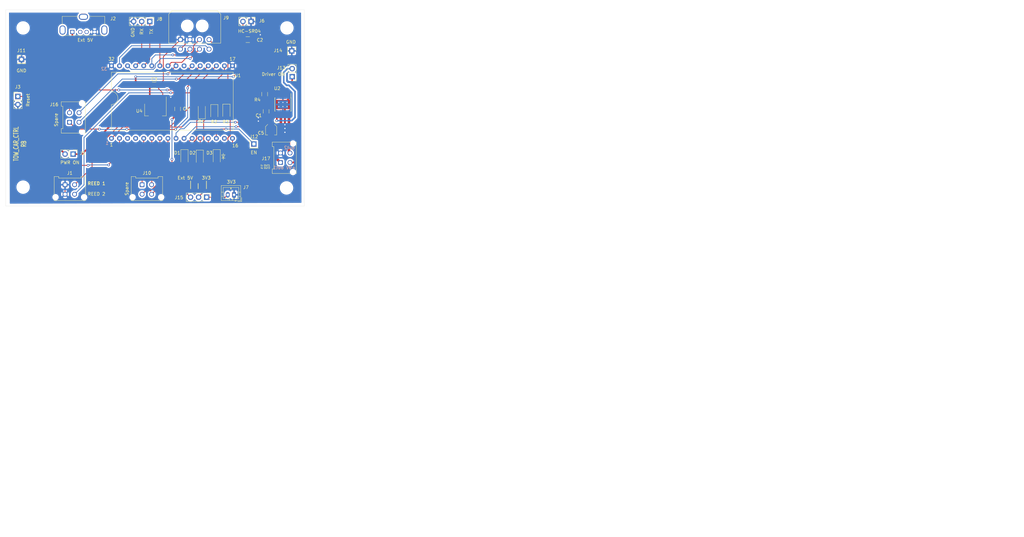
<source format=kicad_pcb>
(kicad_pcb (version 20171130) (host pcbnew 5.1.6-c6e7f7d~87~ubuntu18.04.1)
  (layers (0 F.Cu signal) (31 B.Cu signal) (34 B.Paste user) (35 F.Paste user) (36 B.SilkS user) (37 F.SilkS user) (38 B.Mask user) (39 F.Mask user) (44 Edge.Cuts user))
  (net 0 "")
  (net 1 "Net-(D1-Pad1)")
  (net 2 "Net-(D1-Pad2)")
  (net 3 "Net-(D2-Pad2)")
  (net 4 "Net-(D2-Pad1)")
  (net 5 "Net-(D3-Pad1)")
  (net 6 "Net-(D3-Pad2)")
  (net 7 GND)
  (net 8 "Net-(J1-Pad2)")
  (net 9 "Net-(J8-Pad1)")
  (net 10 "Net-(J8-Pad2)")
  (net 11 "Net-(J9-Pad3)")
  (net 12 +3V3)
  (net 13 "Net-(U1-Pad3)")
  (net 14 "Net-(U1-Pad4)")
  (net 15 "Net-(U1-Pad9)")
  (net 16 "Net-(U1-Pad10)")
  (net 17 "Net-(U1-Pad15)")
  (net 18 "Net-(J3-Pad1)")
  (net 19 "Net-(C2-Pad1)")
  (net 20 "Net-(J10-Pad4)")
  (net 21 "Net-(J10-Pad3)")
  (net 22 "Net-(J10-Pad2)")
  (net 23 "Net-(J10-Pad1)")
  (net 24 "Net-(C4-Pad1)")
  (net 25 "Net-(J12-Pad1)")
  (net 26 "Net-(J9-Pad5)")
  (net 27 "Net-(J9-Pad8)")
  (net 28 "Net-(J9-Pad7)")
  (net 29 "Net-(J9-Pad6)")
  (net 30 "Net-(J2-Pad1)")
  (net 31 "Net-(J15-Pad1)")
  (net 32 "Net-(J15-Pad2)")
  (net 33 "Net-(J16-Pad4)")
  (net 34 "Net-(J16-Pad2)")
  (net 35 "Net-(J16-Pad1)")
  (net 36 "Net-(J2-Pad3)")
  (net 37 "Net-(J2-Pad2)")
  (net 38 "Net-(J16-Pad3)")
  (net 39 "Net-(U1-Pad23)")
  (net 40 "Net-(R4-Pad2)")
  (net 41 "Net-(C1-Pad1)")
  (net 42 "Net-(J13-Pad1)")
  (net 43 "Net-(J17-Pad4)")
  (net 44 "Net-(J1-Pad4)")
  (net 45 "Net-(J17-Pad1)")
  (module "" (layer F.Cu) (at 233.8324 115.6208)
    (fp_text reference "" (at 232.918 115.3668) (layer F.SilkS) (effects (font (size 1.27 1.27))))
    (fp_text value "" (at 232.918 115.3668) (layer F.SilkS) (effects (font (size 1.27 1.27))))
  )
  (module "" (layer F.Cu) (at 232.918 115.3668)
    (fp_text reference "" (at 233.7308 115.6208) (layer F.SilkS) (effects (font (size 1.27 1.27))))
    (fp_text value "" (at 233.7308 115.6208) (layer F.SilkS) (effects (font (size 1.27 1.27))))
  )
  (module "" (layer F.Cu) (at 233.7308 115.6208)
    (fp_text reference "" (at 243.459 83.058) (layer F.SilkS) (effects (font (size 1.27 1.27))))
    (fp_text value "" (at 243.459 83.058) (layer F.SilkS) (effects (font (size 1.27 1.27))))
  )
  (module "" (layer F.Cu) (at 233.3752 115.57)
    (fp_text reference "" (at 243.459 83.058) (layer F.SilkS) (effects (font (size 1.27 1.27))))
    (fp_text value "" (at 243.459 83.058) (layer F.SilkS) (effects (font (size 1.27 1.27))))
  )
  (module "" (layer F.Cu) (at 243.459 83.058)
    (fp_text reference "" (at 175.514 120.269) (layer F.SilkS) (effects (font (size 1.27 1.27))))
    (fp_text value "" (at 175.514 120.269) (layer F.SilkS) (effects (font (size 1.27 1.27))))
    (fp_text user "Driver ON" (at -2.413 2.413 -180) (layer F.SilkS))
  )
  (module Connector_Molex:Molex_Micro-Fit_3.0_43045-0412_2x02_P3.00mm_Vertical (layer F.Cu) (at 175.514 120.269)
    (fp_text reference J1 (at 1.5 -3.67) (layer F.SilkS))
    (fp_text value Conn_01x04_Male)
    (pad 4 thru_hole circle (at 3 3) (size 1.5 1.5) (drill 1) (layers *.Cu *.Mask) (net 44 "Net-(J1-Pad4)"))
    (pad 3 thru_hole circle (at 0 3) (size 1.5 1.5) (drill 1) (layers *.Cu *.Mask) (net 7 GND))
    (pad 2 thru_hole circle (at 3 0) (size 1.5 1.5) (drill 1) (layers *.Cu *.Mask) (net 8 "Net-(J1-Pad2)"))
    (pad 1 thru_hole roundrect (at 0 0) (size 1.5 1.5) (drill 1) (layers *.Cu *.Mask) (roundrect_rratio 0.166667) (net 7 GND))
    (pad "" np_thru_hole circle (at 6 3.94) (size 1 1) (drill 1) (layers *.Cu *.Mask))
    (pad "" np_thru_hole circle (at -3 3.94) (size 1 1) (drill 1) (layers *.Cu *.Mask))
  )
  (module Connector_Molex:Molex_Micro-Fit_3.0_43045-0412_2x02_P3.00mm_Vertical (layer F.Cu) (at 199.771 120.269)
    (fp_text reference J10 (at 1.5 -3.67) (layer F.SilkS))
    (fp_text value Conn_01x04_Male)
    (pad 4 thru_hole circle (at 3 3) (size 1.5 1.5) (drill 1) (layers *.Cu *.Mask) (net 20 "Net-(J10-Pad4)"))
    (pad 3 thru_hole circle (at 0 3) (size 1.5 1.5) (drill 1) (layers *.Cu *.Mask) (net 21 "Net-(J10-Pad3)"))
    (pad 2 thru_hole circle (at 3 0) (size 1.5 1.5) (drill 1) (layers *.Cu *.Mask) (net 22 "Net-(J10-Pad2)"))
    (pad 1 thru_hole roundrect (at 0 0) (size 1.5 1.5) (drill 1) (layers *.Cu *.Mask) (roundrect_rratio 0.166667) (net 23 "Net-(J10-Pad1)"))
    (pad "" np_thru_hole circle (at 6 3.94) (size 1 1) (drill 1) (layers *.Cu *.Mask))
    (pad "" np_thru_hole circle (at -3 3.94) (size 1 1) (drill 1) (layers *.Cu *.Mask))
  )
  (module Connector_PinHeader_2.54mm:PinHeader_1x01_P2.54mm_Vertical (layer F.Cu) (at 234.95 107.442)
    (fp_text reference J12 (at 0 -2.33) (layer F.SilkS))
    (fp_text value Conn_01x01)
    (pad 1 thru_hole rect (at 0 0) (size 1.7 1.7) (drill 1) (layers *.Cu *.Mask) (net 25 "Net-(J12-Pad1)"))
  )
  (module Connector_Molex:Molex_Micro-Fit_3.0_43045-0412_2x02_P3.00mm_Vertical (layer F.Cu) (at 243.332 113.284 90)
    (fp_text reference J17 (at 1.27 -4.572 180) (layer F.SilkS))
    (fp_text value Conn_01x04_Male)
    (pad 4 thru_hole circle (at 3 3 90) (size 1.5 1.5) (drill 1) (layers *.Cu *.Mask) (net 43 "Net-(J17-Pad4)"))
    (pad 3 thru_hole circle (at 0 3 90) (size 1.5 1.5) (drill 1) (layers *.Cu *.Mask) (net 42 "Net-(J13-Pad1)"))
    (pad 2 thru_hole circle (at 3 0 90) (size 1.5 1.5) (drill 1) (layers *.Cu *.Mask) (net 7 GND))
    (pad 1 thru_hole roundrect (at 0 0 90) (size 1.5 1.5) (drill 1) (layers *.Cu *.Mask) (roundrect_rratio 0.166667) (net 45 "Net-(J17-Pad1)"))
    (pad "" np_thru_hole circle (at 6 3.94 90) (size 1 1) (drill 1) (layers *.Cu *.Mask))
    (pad "" np_thru_hole circle (at -3 3.94 90) (size 1 1) (drill 1) (layers *.Cu *.Mask))
  )
  (module Connector_PinHeader_2.54mm:PinHeader_1x02_P2.54mm_Vertical (layer F.Cu) (at 247.015 86.233 180)
    (fp_text reference J13 (at 3.429 2.794) (layer F.SilkS))
    (fp_text value Conn_01x02_Male)
    (pad 2 thru_hole oval (at 0 2.54 180) (size 1.7 1.7) (drill 1) (layers *.Cu *.Mask) (net 41 "Net-(C1-Pad1)"))
    (pad 1 thru_hole rect (at 0 0 180) (size 1.7 1.7) (drill 1) (layers *.Cu *.Mask) (net 42 "Net-(J13-Pad1)"))
  )
  (module tow_car:DIP32_W22.86 (layer F.Cu) (at 207.899 92.964 90)
    (fp_text reference U1 (at 7.112 21.971 180) (layer F.SilkS))
    (fp_text value LOLIN_D32)
    (pad 32 thru_hole circle (at 10.16 -17.78 90) (size 1.524 1.524) (drill 0.762) (layers *.Cu *.Mask) (net 7 GND))
    (pad 31 thru_hole circle (at 10.16 -15.24 90) (size 1.524 1.524) (drill 0.762) (layers *.Cu *.Mask) (net 27 "Net-(J9-Pad8)"))
    (pad 30 thru_hole circle (at 10.16 -12.7 90) (size 1.524 1.524) (drill 0.762) (layers *.Cu *.Mask) (net 28 "Net-(J9-Pad7)"))
    (pad 29 thru_hole circle (at 10.16 -10.16 90) (size 1.524 1.524) (drill 0.762) (layers *.Cu *.Mask) (net 10 "Net-(J8-Pad2)"))
    (pad 28 thru_hole circle (at 10.16 -7.62 90) (size 1.524 1.524) (drill 0.762) (layers *.Cu *.Mask) (net 9 "Net-(J8-Pad1)"))
    (pad 27 thru_hole circle (at 10.16 -5.08 90) (size 1.524 1.524) (drill 0.762) (layers *.Cu *.Mask) (net 29 "Net-(J9-Pad6)"))
    (pad 26 thru_hole circle (at 10.16 -2.54 90) (size 1.524 1.524) (drill 0.762) (layers *.Cu *.Mask) (net 26 "Net-(J9-Pad5)"))
    (pad 25 thru_hole circle (at 10.16 0 90) (size 1.524 1.524) (drill 0.762) (layers *.Cu *.Mask) (net 11 "Net-(J9-Pad3)"))
    (pad 24 thru_hole circle (at 10.16 2.54 90) (size 1.524 1.524) (drill 0.762) (layers *.Cu *.Mask) (net 33 "Net-(J16-Pad4)"))
    (pad 23 thru_hole circle (at 10.16 5.08 90) (size 1.524 1.524) (drill 0.762) (layers *.Cu *.Mask) (net 39 "Net-(U1-Pad23)"))
    (pad 22 thru_hole circle (at 10.16 7.62 90) (size 1.524 1.524) (drill 0.762) (layers *.Cu *.Mask) (net 38 "Net-(J16-Pad3)"))
    (pad 21 thru_hole circle (at 10.16 10.16 90) (size 1.524 1.524) (drill 0.762) (layers *.Cu *.Mask) (net 34 "Net-(J16-Pad2)"))
    (pad 20 thru_hole circle (at 10.16 12.7 90) (size 1.524 1.524) (drill 0.762) (layers *.Cu *.Mask) (net 35 "Net-(J16-Pad1)"))
    (pad 19 thru_hole circle (at 10.16 15.24 90) (size 1.524 1.524) (drill 0.762) (layers *.Cu *.Mask) (net 44 "Net-(J1-Pad4)"))
    (pad 18 thru_hole circle (at 10.16 17.78 90) (size 1.524 1.524) (drill 0.762) (layers *.Cu *.Mask) (net 8 "Net-(J1-Pad2)"))
    (pad 17 thru_hole circle (at 10.16 20.32 90) (size 1.524 1.524) (drill 0.762) (layers *.Cu *.Mask) (net 7 GND))
    (pad 16 thru_hole circle (at -12.7 20.32 90) (size 1.524 1.524) (drill 0.762) (layers *.Cu *.Mask) (net 32 "Net-(J15-Pad2)"))
    (pad 15 thru_hole circle (at -12.7 17.78 90) (size 1.524 1.524) (drill 0.762) (layers *.Cu *.Mask) (net 17 "Net-(U1-Pad15)"))
    (pad 14 thru_hole circle (at -12.7 15.24 90) (size 1.524 1.524) (drill 0.762) (layers *.Cu *.Mask) (net 25 "Net-(J12-Pad1)"))
    (pad 13 thru_hole circle (at -12.7 12.7 90) (size 1.524 1.524) (drill 0.762) (layers *.Cu *.Mask) (net 5 "Net-(D3-Pad1)"))
    (pad 12 thru_hole circle (at -12.7 10.16 90) (size 1.524 1.524) (drill 0.762) (layers *.Cu *.Mask) (net 4 "Net-(D2-Pad1)"))
    (pad 11 thru_hole circle (at -12.7 7.62 90) (size 1.524 1.524) (drill 0.762) (layers *.Cu *.Mask) (net 1 "Net-(D1-Pad1)"))
    (pad 10 thru_hole circle (at -12.7 5.08 90) (size 1.524 1.524) (drill 0.762) (layers *.Cu *.Mask) (net 16 "Net-(U1-Pad10)"))
    (pad 9 thru_hole circle (at -12.7 2.54 90) (size 1.524 1.524) (drill 0.762) (layers *.Cu *.Mask) (net 15 "Net-(U1-Pad9)"))
    (pad 8 thru_hole circle (at -12.7 0 90) (size 1.524 1.524) (drill 0.762) (layers *.Cu *.Mask) (net 20 "Net-(J10-Pad4)"))
    (pad 7 thru_hole circle (at -12.7 -2.54 90) (size 1.524 1.524) (drill 0.762) (layers *.Cu *.Mask) (net 21 "Net-(J10-Pad3)"))
    (pad 6 thru_hole circle (at -12.7 -5.08 90) (size 1.524 1.524) (drill 0.762) (layers *.Cu *.Mask) (net 22 "Net-(J10-Pad2)"))
    (pad 5 thru_hole circle (at -12.7 -7.62 90) (size 1.524 1.524) (drill 0.762) (layers *.Cu *.Mask) (net 23 "Net-(J10-Pad1)"))
    (pad 4 thru_hole circle (at -12.7 -10.16 90) (size 1.524 1.524) (drill 0.762) (layers *.Cu *.Mask) (net 14 "Net-(U1-Pad4)"))
    (pad 3 thru_hole circle (at -12.7 -12.7 90) (size 1.524 1.524) (drill 0.762) (layers *.Cu *.Mask) (net 13 "Net-(U1-Pad3)"))
    (pad 2 thru_hole circle (at -12.7 -15.24 90) (size 1.524 1.524) (drill 0.762) (layers *.Cu *.Mask) (net 18 "Net-(J3-Pad1)"))
    (pad 1 thru_hole circle (at -12.7 -17.78 90) (size 1.524 1.524) (drill 0.762) (layers *.Cu *.Mask) (net 12 +3V3))
  )
  (module Capacitor_SMD:CP_Elec_3x5.3 (layer F.Cu) (at 240.3856 102.8192 270)
    (fp_text reference C5 (at 1.1444 3.2004 180) (layer F.SilkS))
    (fp_text value "22 uF")
    (pad 2 smd rect (at 1.5 0 270) (size 2.2 1.6) (layers F.Cu F.Paste F.Mask) (net 7 GND))
    (pad 1 smd rect (at -1.5 0 270) (size 2.2 1.6) (layers F.Cu F.Paste F.Mask) (net 41 "Net-(C1-Pad1)"))
  )
  (module Capacitor_SMD:C_1206_3216Metric (layer F.Cu) (at 238.8108 97.152 90)
    (fp_text reference C1 (at -1.2984 -2.3368 180) (layer F.SilkS))
    (fp_text value "0.1 uF")
    (pad 2 smd roundrect (at 1.4 0 90) (size 1.25 1.75) (layers F.Cu F.Paste F.Mask) (roundrect_rratio 0.2) (net 7 GND))
    (pad 1 smd roundrect (at -1.4 0 90) (size 1.25 1.75) (layers F.Cu F.Paste F.Mask) (roundrect_rratio 0.2) (net 41 "Net-(C1-Pad1)"))
  )
  (module Package_SO:Texas_HTSOP-8-1EP_3.9x4.9mm_P1.27mm_EP2.95x4.9mm_Mask2.4x3.1mm_ThermalVias (layer F.Cu) (at 244.094 94.996 270)
    (fp_text reference U2 (at -5.08 1.778 180) (layer F.SilkS))
    (fp_text value DRV8871DDA)
    (pad 9 thru_hole circle (at 0.65 1.3 270) (size 0.63 0.63) (drill 0.33) (layers *.Cu *.Mask) (net 7 GND))
    (pad 9 thru_hole circle (at -0.65 1.3 270) (size 0.63 0.63) (drill 0.33) (layers *.Cu *.Mask) (net 7 GND))
    (pad 9 thru_hole circle (at 0.65 -1.3 270) (size 0.63 0.63) (drill 0.33) (layers *.Cu *.Mask) (net 7 GND))
    (pad 9 thru_hole circle (at 0.65 0 270) (size 0.63 0.63) (drill 0.33) (layers *.Cu *.Mask) (net 7 GND))
    (pad 9 thru_hole circle (at -0.65 0 270) (size 0.63 0.63) (drill 0.33) (layers *.Cu *.Mask) (net 7 GND))
    (pad 9 thru_hole circle (at -0.65 -1.3 270) (size 0.63 0.63) (drill 0.33) (layers *.Cu *.Mask) (net 7 GND))
    (pad 9 smd rect (at 0 0 270) (size 2.95 4.9) (layers F.Cu) (net 7 GND))
    (pad 8 smd rect (at 2.875 -1.905 270) (size 2.2 0.5) (layers F.Cu F.Paste F.Mask) (net 43 "Net-(J17-Pad4)"))
    (pad 7 smd rect (at 2.875 -0.635 270) (size 2.2 0.5) (layers F.Cu F.Paste F.Mask) (net 7 GND))
    (pad 6 smd rect (at 2.875 0.635 270) (size 2.2 0.5) (layers F.Cu F.Paste F.Mask) (net 45 "Net-(J17-Pad1)"))
    (pad 5 smd rect (at 2.875 1.905 270) (size 2.2 0.5) (layers F.Cu F.Paste F.Mask) (net 41 "Net-(C1-Pad1)"))
    (pad 4 smd rect (at -2.875 1.905 270) (size 2.2 0.5) (layers F.Cu F.Paste F.Mask) (net 40 "Net-(R4-Pad2)"))
    (pad 3 smd rect (at -2.875 0.635 270) (size 2.2 0.5) (layers F.Cu F.Paste F.Mask) (net 16 "Net-(U1-Pad10)"))
    (pad 2 smd rect (at -2.875 -0.635 270) (size 2.2 0.5) (layers F.Cu F.Paste F.Mask) (net 15 "Net-(U1-Pad9)"))
    (pad 1 smd rect (at -2.875 -1.905 270) (size 2.2 0.5) (layers F.Cu F.Paste F.Mask) (net 7 GND))
    (pad 9 smd rect (at 0 0 270) (size 2.6 3.3) (layers B.Cu) (net 7 GND))
  )
  (module Resistor_SMD:R_1206_3216Metric (layer F.Cu) (at 238.3536 91.7224 90)
    (fp_text reference R4 (at -1.781 -2.286 180) (layer F.SilkS))
    (fp_text value 30K)
    (pad 2 smd roundrect (at 1.4 0 90) (size 1.25 1.75) (layers F.Cu F.Paste F.Mask) (roundrect_rratio 0.2) (net 40 "Net-(R4-Pad2)"))
    (pad 1 smd roundrect (at -1.4 0 90) (size 1.25 1.75) (layers F.Cu F.Paste F.Mask) (roundrect_rratio 0.2) (net 7 GND))
  )
  (module Capacitor_SMD:C_1206_3216Metric (layer F.Cu) (at 233.042 74.549)
    (fp_text reference C2 (at 3.813 0.127) (layer F.SilkS))
    (fp_text value "0.1 uF")
    (pad 2 smd roundrect (at 1.4 0) (size 1.25 1.75) (layers F.Cu F.Paste F.Mask) (roundrect_rratio 0.2) (net 7 GND))
    (pad 1 smd roundrect (at -1.4 0) (size 1.25 1.75) (layers F.Cu F.Paste F.Mask) (roundrect_rratio 0.2) (net 19 "Net-(C2-Pad1)"))
  )
  (module Diode_SMD:D_1206_3216Metric (layer F.Cu) (at 226.314 97.155 270)
    (fp_text reference R3 (at 3.3274 0.2032 180) (layer F.SilkS))
    (fp_text value 68)
    (pad 2 smd roundrect (at 1.4 0 270) (size 1.25 1.75) (layers F.Cu F.Paste F.Mask) (roundrect_rratio 0.2) (net 12 +3V3))
    (pad 1 smd roundrect (at -1.4 0 270) (size 1.25 1.75) (layers F.Cu F.Paste F.Mask) (roundrect_rratio 0.2) (net 6 "Net-(D3-Pad2)"))
  )
  (module Connector_Molex:Molex_Micro-Fit_3.0_43045-0800_2x04_P3.00mm_Horizontal (layer F.Cu) (at 211.836 74.549)
    (fp_text reference J9 (at 14.351 -6.858) (layer F.SilkS))
    (fp_text value Conn_01x08_Male)
    (pad 8 thru_hole circle (at 9 3) (size 1.5 1.5) (drill 1.02) (layers *.Cu *.Mask) (net 27 "Net-(J9-Pad8)"))
    (pad 7 thru_hole circle (at 6 3) (size 1.5 1.5) (drill 1.02) (layers *.Cu *.Mask) (net 28 "Net-(J9-Pad7)"))
    (pad 6 thru_hole circle (at 3 3) (size 1.5 1.5) (drill 1.02) (layers *.Cu *.Mask) (net 29 "Net-(J9-Pad6)"))
    (pad 5 thru_hole circle (at 0 3) (size 1.5 1.5) (drill 1.02) (layers *.Cu *.Mask) (net 26 "Net-(J9-Pad5)"))
    (pad 4 thru_hole circle (at 9 0) (size 1.5 1.5) (drill 1.02) (layers *.Cu *.Mask) (net 12 +3V3))
    (pad 3 thru_hole circle (at 6 0) (size 1.5 1.5) (drill 1.02) (layers *.Cu *.Mask) (net 11 "Net-(J9-Pad3)"))
    (pad 2 thru_hole circle (at 3 0) (size 1.5 1.5) (drill 1.02) (layers *.Cu *.Mask) (net 7 GND))
    (pad 1 thru_hole roundrect (at 0 0) (size 1.5 1.5) (drill 1.02) (layers *.Cu *.Mask) (roundrect_rratio 0.166667) (net 7 GND))
    (pad "" np_thru_hole circle (at 6.86 -4.32) (size 3 3) (drill 3) (layers *.Cu *.Mask))
    (pad "" np_thru_hole circle (at 2.16 -4.32) (size 3 3) (drill 3) (layers *.Cu *.Mask))
  )
  (module Connector_USB:USB_A_Molex_105057_Vertical (layer F.Cu) (at 177.8 72.136)
    (fp_text reference J2 (at 12.827 -4.191) (layer F.SilkS))
    (fp_text value Conn_01x04_Male)
    (pad 5 thru_hole oval (at 3.5 -4.78 90) (size 1.9 2.9) (drill oval 1.3 2.3) (layers *.Cu *.Mask))
    (pad 5 thru_hole oval (at 10.07 -0.6) (size 1.9 2.9) (drill oval 1.3 2.3) (layers *.Cu *.Mask))
    (pad 5 thru_hole oval (at -3.07 -0.6 180) (size 1.9 2.9) (drill oval 1.3 2.3) (layers *.Cu *.Mask))
    (pad 4 thru_hole circle (at 7 0) (size 1.3 1.3) (drill 0.9) (layers *.Cu *.Mask) (net 7 GND))
    (pad 3 thru_hole circle (at 4.5 0) (size 1.3 1.3) (drill 0.9) (layers *.Cu *.Mask) (net 36 "Net-(J2-Pad3)"))
    (pad 2 thru_hole circle (at 2.5 0) (size 1.3 1.3) (drill 0.9) (layers *.Cu *.Mask) (net 37 "Net-(J2-Pad2)"))
    (pad 1 thru_hole rect (at 0 0) (size 1.3 1.3) (drill 0.9) (layers *.Cu *.Mask) (net 30 "Net-(J2-Pad1)"))
  )
  (module Connector_Molex:Molex_Micro-Fit_3.0_43045-0412_2x02_P3.00mm_Vertical (layer F.Cu) (at 176.911 100.584 90)
    (fp_text reference J16 (at 5.588 -4.826 180) (layer F.SilkS))
    (fp_text value Conn_01x04_Male)
    (pad 4 thru_hole circle (at 3 3 90) (size 1.5 1.5) (drill 1) (layers *.Cu *.Mask) (net 33 "Net-(J16-Pad4)"))
    (pad 3 thru_hole circle (at 0 3 90) (size 1.5 1.5) (drill 1) (layers *.Cu *.Mask) (net 38 "Net-(J16-Pad3)"))
    (pad 2 thru_hole circle (at 3 0 90) (size 1.5 1.5) (drill 1) (layers *.Cu *.Mask) (net 34 "Net-(J16-Pad2)"))
    (pad 1 thru_hole roundrect (at 0 0 90) (size 1.5 1.5) (drill 1) (layers *.Cu *.Mask) (roundrect_rratio 0.166667) (net 35 "Net-(J16-Pad1)"))
    (pad "" np_thru_hole circle (at 6 3.94 90) (size 1 1) (drill 1) (layers *.Cu *.Mask))
    (pad "" np_thru_hole circle (at -3 3.94 90) (size 1 1) (drill 1) (layers *.Cu *.Mask))
  )
  (module Connector_PinHeader_2.54mm:PinHeader_1x03_P2.54mm_Vertical (layer F.Cu) (at 220.091 124.206 270)
    (fp_text reference J15 (at 0.1016 8.7122 180) (layer F.SilkS))
    (fp_text value Conn_01x03)
    (pad 3 thru_hole oval (at 0 5.08 270) (size 1.7 1.7) (drill 1) (layers *.Cu *.Mask) (net 24 "Net-(C4-Pad1)"))
    (pad 2 thru_hole oval (at 0 2.54 270) (size 1.7 1.7) (drill 1) (layers *.Cu *.Mask) (net 32 "Net-(J15-Pad2)"))
    (pad 1 thru_hole rect (at 0 0 270) (size 1.7 1.7) (drill 1) (layers *.Cu *.Mask) (net 31 "Net-(J15-Pad1)"))
  )
  (module Capacitor_SMD:C_1206_3216Metric (layer F.Cu) (at 210.947 96.396 90)
    (fp_text reference C4 (at 0.0284 2.6162 180) (layer F.SilkS))
    (fp_text value "0.1 uF")
    (pad 2 smd roundrect (at 1.4 0 90) (size 1.25 1.75) (layers F.Cu F.Paste F.Mask) (roundrect_rratio 0.2) (net 7 GND))
    (pad 1 smd roundrect (at -1.4 0 90) (size 1.25 1.75) (layers F.Cu F.Paste F.Mask) (roundrect_rratio 0.2) (net 24 "Net-(C4-Pad1)"))
  )
  (module Capacitor_SMD:C_1206_3216Metric (layer F.Cu) (at 203.578 88.9)
    (fp_text reference C3 (at 0 -1.82) (layer F.SilkS))
    (fp_text value "10 uF")
    (pad 2 smd roundrect (at 1.4 0) (size 1.25 1.75) (layers F.Cu F.Paste F.Mask) (roundrect_rratio 0.2) (net 7 GND))
    (pad 1 smd roundrect (at -1.4 0) (size 1.25 1.75) (layers F.Cu F.Paste F.Mask) (roundrect_rratio 0.2) (net 19 "Net-(C2-Pad1)"))
  )
  (module Package_TO_SOT_SMD:SOT-223 (layer F.Cu) (at 203.962 96.672 270)
    (fp_text reference U4 (at 0.356 5.08) (layer F.SilkS))
    (fp_text value LD1117S12TR_SOT223)
    (pad 1 smd rect (at -3.15 -2.3 270) (size 2 1.5) (layers F.Cu F.Paste F.Mask) (net 7 GND))
    (pad 3 smd rect (at -3.15 2.3 270) (size 2 1.5) (layers F.Cu F.Paste F.Mask) (net 19 "Net-(C2-Pad1)"))
    (pad 2 smd rect (at -3.15 0 270) (size 2 1.5) (layers F.Cu F.Paste F.Mask) (net 24 "Net-(C4-Pad1)"))
    (pad 4 smd rect (at 3.15 0 270) (size 2 3.8) (layers F.Cu F.Paste F.Mask))
  )
  (module Connector_PinHeader_2.54mm:PinHeader_1x01_P2.54mm_Vertical (layer F.Cu) (at 246.888 78.105 270)
    (fp_text reference J14 (at -0.127 4.318 180) (layer F.SilkS))
    (fp_text value Conn_01x01_Male)
    (pad 1 thru_hole rect (at 0 0 270) (size 1.7 1.7) (drill 1) (layers *.Cu *.Mask) (net 7 GND))
  )
  (module Connector_PinHeader_2.54mm:PinHeader_1x03_P2.54mm_Vertical (layer F.Cu) (at 202.184 68.834 270)
    (fp_text reference J8 (at -0.762 -3.048 180) (layer F.SilkS))
    (fp_text value Conn_01x03_Male)
    (pad 3 thru_hole oval (at 0 5.08 270) (size 1.7 1.7) (drill 1) (layers *.Cu *.Mask) (net 7 GND))
    (pad 2 thru_hole oval (at 0 2.54 270) (size 1.7 1.7) (drill 1) (layers *.Cu *.Mask) (net 10 "Net-(J8-Pad2)"))
    (pad 1 thru_hole rect (at 0 0 270) (size 1.7 1.7) (drill 1) (layers *.Cu *.Mask) (net 9 "Net-(J8-Pad1)"))
  )
  (module Connector_JST:JST_PH_B2B-PH-K_1x02_P2.00mm_Vertical (layer F.Cu) (at 228.727 123.444 180)
    (fp_text reference J7 (at -3.7338 2.3368) (layer F.SilkS))
    (fp_text value Conn_01x02)
    (pad 2 thru_hole oval (at 2 0 180) (size 1.2 1.75) (drill 0.75) (layers *.Cu *.Mask) (net 31 "Net-(J15-Pad1)"))
    (pad 1 thru_hole roundrect (at 0 0 180) (size 1.2 1.75) (drill 0.75) (layers *.Cu *.Mask) (roundrect_rratio 0.208333) (net 7 GND))
  )
  (module Diode_SMD:D_1206_3216Metric (layer F.Cu) (at 222.504 97.285 270)
    (fp_text reference R2 (at 3.1974 0.0508 180) (layer F.SilkS))
    (fp_text value 68)
    (pad 2 smd roundrect (at 1.4 0 270) (size 1.25 1.75) (layers F.Cu F.Paste F.Mask) (roundrect_rratio 0.2) (net 12 +3V3))
    (pad 1 smd roundrect (at -1.4 0 270) (size 1.25 1.75) (layers F.Cu F.Paste F.Mask) (roundrect_rratio 0.2) (net 3 "Net-(D2-Pad2)"))
  )
  (module Diode_SMD:D_1206_3216Metric (layer F.Cu) (at 218.564 97.155 90)
    (fp_text reference R1 (at -3.2258 -0.1748 180) (layer F.SilkS))
    (fp_text value 68)
    (pad 2 smd roundrect (at 1.4 0 90) (size 1.25 1.75) (layers F.Cu F.Paste F.Mask) (roundrect_rratio 0.2) (net 12 +3V3))
    (pad 1 smd roundrect (at -1.4 0 90) (size 1.25 1.75) (layers F.Cu F.Paste F.Mask) (roundrect_rratio 0.2) (net 2 "Net-(D1-Pad2)"))
  )
  (module LED_SMD:LED_1206_3216Metric (layer F.Cu) (at 223.266 111.506 270)
    (fp_text reference D3 (at -1.27 2.286 180) (layer F.SilkS))
    (fp_text value LED)
    (pad 2 smd roundrect (at 1.4 0 270) (size 1.25 1.75) (layers F.Cu F.Paste F.Mask) (roundrect_rratio 0.2) (net 6 "Net-(D3-Pad2)"))
    (pad 1 smd roundrect (at -1.4 0 270) (size 1.25 1.75) (layers F.Cu F.Paste F.Mask) (roundrect_rratio 0.2) (net 5 "Net-(D3-Pad1)"))
  )
  (module LED_SMD:LED_1206_3216Metric (layer F.Cu) (at 217.932 111.636 270)
    (fp_text reference D2 (at -1.4 2.286 180) (layer F.SilkS))
    (fp_text value LED)
    (pad 2 smd roundrect (at 1.4 0 270) (size 1.25 1.75) (layers F.Cu F.Paste F.Mask) (roundrect_rratio 0.2) (net 3 "Net-(D2-Pad2)"))
    (pad 1 smd roundrect (at -1.4 0 270) (size 1.25 1.75) (layers F.Cu F.Paste F.Mask) (roundrect_rratio 0.2) (net 4 "Net-(D2-Pad1)"))
  )
  (module LED_SMD:LED_1206_3216Metric (layer F.Cu) (at 213.106 111.506 270)
    (fp_text reference D1 (at -1.27 2.286 180) (layer F.SilkS))
    (fp_text value LED)
    (pad 2 smd roundrect (at 1.4 0 270) (size 1.25 1.75) (layers F.Cu F.Paste F.Mask) (roundrect_rratio 0.2) (net 2 "Net-(D1-Pad2)"))
    (pad 1 smd roundrect (at -1.4 0 270) (size 1.25 1.75) (layers F.Cu F.Paste F.Mask) (roundrect_rratio 0.2) (net 1 "Net-(D1-Pad1)"))
  )
  (module MountingHole:MountingHole_3.2mm_M3 (layer F.Cu) (at 162.306 121.031)
    (fp_text reference H4 hide)
    (fp_text value MountingHole)
    (pad 1 np_thru_hole circle (at 0 0) (size 3.2 3.2) (drill 3.2) (layers *.Cu *.Mask))
  )
  (module MountingHole:MountingHole_3.2mm_M3 (layer F.Cu) (at 162.306 70.866)
    (fp_text reference H3 hide)
    (fp_text value MountingHole)
    (pad 1 np_thru_hole circle (at 0 0) (size 3.2 3.2) (drill 3.2) (layers *.Cu *.Mask))
  )
  (module MountingHole:MountingHole_3.2mm_M3 (layer F.Cu) (at 245.237 121.285)
    (fp_text reference H2 hide)
    (fp_text value MountingHole)
    (pad 1 np_thru_hole circle (at 0 0) (size 3.2 3.2) (drill 3.2) (layers *.Cu *.Mask))
  )
  (module MountingHole:MountingHole_3.2mm_M3 (layer F.Cu) (at 245.364 70.866)
    (fp_text reference H1 hide)
    (fp_text value MountingHole)
    (pad 1 np_thru_hole circle (at 0 0) (size 3.2 3.2) (drill 3.2) (layers *.Cu *.Mask))
  )
  (module Connector_PinHeader_2.54mm:PinHeader_1x02_P2.54mm_Vertical (layer F.Cu) (at 160.655 92.456)
    (fp_text reference J3 (at -0.015 -3.01) (layer F.SilkS))
    (fp_text value Conn_01x02_Male)
    (pad 2 thru_hole oval (at 0 2.54) (size 1.7 1.7) (drill 1) (layers *.Cu *.Mask) (net 7 GND))
    (pad 1 thru_hole rect (at 0 0) (size 1.7 1.7) (drill 1) (layers *.Cu *.Mask) (net 18 "Net-(J3-Pad1)"))
  )
  (module Connector_PinHeader_2.54mm:PinHeader_1x02_P2.54mm_Vertical (layer F.Cu) (at 234.061 68.834 270)
    (fp_text reference J6 (at -0.2 -3.4 180) (layer F.SilkS))
    (fp_text value Conn_01x02_Male)
    (pad 2 thru_hole oval (at 0 2.54 270) (size 1.7 1.7) (drill 1) (layers *.Cu *.Mask) (net 19 "Net-(C2-Pad1)"))
    (pad 1 thru_hole rect (at 0 0 270) (size 1.7 1.7) (drill 1) (layers *.Cu *.Mask) (net 7 GND))
  )
  (module Connector_PinHeader_2.54mm:PinHeader_1x02_P2.54mm_Vertical (layer F.Cu) (at 178.054 110.617 270)
    (fp_text reference J5 (at -0.254 -2.921 180) (layer F.SilkS))
    (fp_text value Conn_01x02_Male)
    (pad 2 thru_hole oval (at 0 2.54 270) (size 1.7 1.7) (drill 1) (layers *.Cu *.Mask) (net 30 "Net-(J2-Pad1)"))
    (pad 1 thru_hole rect (at 0 0 270) (size 1.7 1.7) (drill 1) (layers *.Cu *.Mask) (net 19 "Net-(C2-Pad1)"))
  )
  (module Connector_PinHeader_2.54mm:PinHeader_1x01_P2.54mm_Vertical (layer F.Cu) (at 161.798 80.772)
    (fp_text reference J11 (at -0.025 -2.79) (layer F.SilkS))
    (fp_text value Conn_01x01_Male)
    (pad 1 thru_hole rect (at 0 0) (size 1.7 1.7) (drill 1) (layers *.Cu *.Mask) (net 7 GND))
  )
  (gr_text +9V (at 246.634 114.9096) (layer B.SilkS) (effects (font (size 1 1)) (justify mirror)))
  (gr_line (start 225.3488 110.3376) (end 225.3488 112.3696) (layer F.SilkS) (width 0.12))
  (gr_line (start 224.79 111.9124) (end 225.9076 111.9124) (layer F.SilkS) (width 0.12))
  (gr_line (start 225.298 111.9124) (end 224.8408 110.8456) (layer F.SilkS) (width 0.12))
  (gr_line (start 225.8568 110.8456) (end 225.298 111.9124) (layer F.SilkS) (width 0.12))
  (gr_line (start 224.8408 110.8456) (end 225.8568 110.8456) (layer F.SilkS) (width 0.12))
  (gr_text 32 (at 187.8076 83.7692) (layer B.SilkS) (effects (font (size 1 1)) (justify mirror)))
  (gr_text 1 (at 188.722 107.188) (layer B.SilkS) (effects (font (size 1 1)) (justify mirror)))
  (gr_text out1 (at 242.6716 114.8588) (layer B.SilkS) (effects (font (size 1 1)) (justify mirror)))
  (gr_text out2 (at 246.126 108.6104) (layer B.SilkS) (effects (font (size 1 1)) (justify mirror)))
  (gr_text "1: OUT1\n4: OUT2" (at 238.5568 114.6048) (layer F.SilkS) (effects (font (size 0.5 0.5) (thickness 0.1))))
  (gr_text Spare (at 172.72 99.822 90) (layer F.SilkS) (effects (font (size 1 1))))
  (gr_text Spare (at 194.945 121.539 90) (layer F.SilkS) (effects (font (size 1 1))))
  (gr_text "REED 1" (at 185.42 119.888) (layer F.SilkS) (effects (font (size 1 1))))
  (gr_text 3V3 (at 219.964 118.11) (layer F.SilkS) (effects (font (size 1 1))))
  (gr_line (start 215.0364 119.126) (end 215.0364 121.539) (layer F.SilkS) (width 0.2))
  (gr_text "Ext 5V" (at 213.36 118.11) (layer F.SilkS) (effects (font (size 1 1))))
  (gr_line (start 220.0148 119.126) (end 220.0148 121.539) (layer F.SilkS) (width 0.2))
  (gr_line (start 217.424 119.888) (end 217.424 121.539) (layer F.SilkS) (width 0.2))
  (gr_text GND (at 246.634 75.311) (layer F.SilkS) (effects (font (size 1 1))))
  (gr_text EN (at 234.95 110.1344) (layer F.SilkS) (effects (font (size 1 1))))
  (gr_text "Ext 5V" (at 181.864 74.676) (layer F.SilkS) (effects (font (size 1 1))))
  (gr_text RX (at 199.644 72.009 90) (layer F.SilkS) (effects (font (size 1 1))))
  (gr_text TX (at 202.692 72.009 90) (layer F.SilkS) (effects (font (size 1 1))))
  (gr_text GND (at 196.85 72.263 90) (layer F.SilkS) (effects (font (size 1 1))))
  (gr_text 32 (at 190.119 80.645) (layer F.SilkS) (effects (font (size 1 1))))
  (gr_text "17\n" (at 228.219 80.645) (layer F.SilkS) (effects (font (size 1 1))))
  (gr_text 16 (at 229.108 107.95) (layer F.SilkS) (effects (font (size 1 1))))
  (gr_text 1 (at 190.119 107.696) (layer F.SilkS) (effects (font (size 1 1))))
  (gr_line (start 156.845 65.151) (end 156.845 127) (layer Edge.Cuts) (width 0.05))
  (gr_line (start 250.825 127) (end 156.845 127) (layer Edge.Cuts) (width 0.05))
  (gr_line (start 250.825 65.151) (end 156.845 65.151) (layer Edge.Cuts) (width 0.05))
  (gr_line (start 250.825 65.151) (end 250.825 127) (layer Edge.Cuts) (width 0.05))
  (gr_text GND (at 161.798 84.328) (layer F.SilkS) (effects (font (size 1 1))))
  (gr_text "PWR ON" (at 177.038 113.284) (layer F.SilkS) (effects (font (size 1 1))))
  (gr_text "TOW_CAR_CTRL\nRB" (at 161.3 107.4 90) (layer F.SilkS) (effects (font (size 1.5 1) (thickness 0.2))))
  (gr_text HC-SR04 (at 233.553 71.882) (layer F.SilkS) (effects (font (size 1 1))))
  (gr_text 3V3 (at 227.838 119.38) (layer F.SilkS) (effects (font (size 1 1))))
  (gr_text Reset (at 163.83 93.599 90) (layer F.SilkS) (effects (font (size 1 1))))
  (gr_text "REED 2" (at 185.42 123.19) (layer F.SilkS) (effects (font (size 1 1))))
  (gr_text "REED 1" (at 185.42 119.888) (layer F.SilkS) (effects (font (size 1 1))))
  (segment (start 213.106 108.077) (end 215.519 105.664) (width 0.25) (layer F.Cu) (net 1))
  (segment (start 213.106 110.106) (end 213.106 108.077) (width 0.25) (layer F.Cu) (net 1))
  (segment (start 218.564 98.555) (end 217.689 98.555) (width 0.25) (layer F.Cu) (net 2))
  (segment (start 213.106 112.906) (end 216.154 109.858) (width 0.25) (layer F.Cu) (net 2))
  (segment (start 216.971999 100.147001) (end 218.564 98.555) (width 0.25) (layer F.Cu) (net 2))
  (segment (start 216.971999 105.819763) (end 216.971999 100.147001) (width 0.25) (layer F.Cu) (net 2))
  (segment (start 216.154 106.637762) (end 216.971999 105.819763) (width 0.25) (layer F.Cu) (net 2))
  (segment (start 216.154 109.858) (end 216.154 106.637762) (width 0.25) (layer F.Cu) (net 2))
  (segment (start 219.146001 111.821999) (end 217.932 113.036) (width 0.25) (layer F.Cu) (net 3))
  (segment (start 219.146001 100.229809) (end 219.146001 111.821999) (width 0.25) (layer F.Cu) (net 3))
  (segment (start 222.504 96.87181) (end 219.146001 100.229809) (width 0.25) (layer F.Cu) (net 3))
  (segment (start 222.504 95.885) (end 222.504 96.87181) (width 0.25) (layer F.Cu) (net 3))
  (segment (start 218.059 110.109) (end 217.932 110.236) (width 0.25) (layer F.Cu) (net 4))
  (segment (start 218.059 105.664) (end 218.059 110.109) (width 0.25) (layer F.Cu) (net 4))
  (segment (start 220.599 107.439) (end 223.266 110.106) (width 0.25) (layer F.Cu) (net 5))
  (segment (start 220.599 105.664) (end 220.599 107.439) (width 0.25) (layer F.Cu) (net 5))
  (segment (start 226.314 95.755) (end 227.2 95.755) (width 0.25) (layer F.Cu) (net 6))
  (segment (start 226.766001 105.508237) (end 226.766001 109.656999) (width 0.25) (layer F.Cu) (net 6))
  (segment (start 227.51401 104.760228) (end 226.766001 105.508237) (width 0.25) (layer F.Cu) (net 6))
  (segment (start 227.51401 96.06901) (end 227.51401 104.760228) (width 0.25) (layer F.Cu) (net 6))
  (segment (start 227.2 95.755) (end 227.51401 96.06901) (width 0.25) (layer F.Cu) (net 6))
  (segment (start 223.517 112.906) (end 226.766001 109.656999) (width 0.25) (layer F.Cu) (net 6))
  (segment (start 223.266 112.906) (end 223.517 112.906) (width 0.25) (layer F.Cu) (net 6))
  (segment (start 228.8 82.35) (end 228.6 82.55) (width 0.25) (layer F.Cu) (net 7))
  (segment (start 209.473 93.522) (end 210.947 94.996) (width 0.25) (layer F.Cu) (net 7))
  (segment (start 204.978 88.9) (end 204.978 90.043) (width 0.25) (layer F.Cu) (net 7))
  (segment (start 206.262 91.327) (end 206.262 93.522) (width 0.25) (layer F.Cu) (net 7))
  (segment (start 204.978 90.043) (end 206.262 91.327) (width 0.25) (layer F.Cu) (net 7))
  (segment (start 206.446001 79.938999) (end 211.836 74.549) (width 0.25) (layer F.Cu) (net 7))
  (segment (start 206.446001 87.431999) (end 206.446001 79.938999) (width 0.25) (layer F.Cu) (net 7))
  (segment (start 204.978 88.9) (end 206.446001 87.431999) (width 0.25) (layer F.Cu) (net 7))
  (segment (start 234.061 74.168) (end 234.442 74.549) (width 0.25) (layer F.Cu) (net 7))
  (via (at 208.788 92.71) (size 0.8) (drill 0.4) (layers F.Cu B.Cu) (net 7))
  (segment (start 208.838 92.76) (end 208.788 92.71) (width 0.25) (layer F.Cu) (net 7))
  (segment (start 208.838 93.522) (end 208.838 92.76) (width 0.25) (layer F.Cu) (net 7))
  (segment (start 206.262 93.522) (end 208.838 93.522) (width 0.25) (layer F.Cu) (net 7))
  (segment (start 208.838 93.522) (end 209.473 93.522) (width 0.25) (layer F.Cu) (net 7))
  (segment (start 175.514 123.269) (end 175.514 120.269) (width 0.25) (layer F.Cu) (net 7))
  (segment (start 243.713 95.377) (end 244.094 94.996) (width 0.25) (layer F.Cu) (net 7))
  (segment (start 244.094 95.886) (end 244.094 94.996) (width 0.25) (layer F.Cu) (net 7))
  (segment (start 244.729 96.521) (end 244.094 95.886) (width 0.25) (layer F.Cu) (net 7))
  (segment (start 244.729 97.871) (end 244.729 96.521) (width 0.5) (layer F.Cu) (net 7))
  (segment (start 245.999 93.091) (end 244.094 94.996) (width 0.5) (layer F.Cu) (net 7))
  (segment (start 245.999 92.121) (end 245.999 93.091) (width 0.25) (layer F.Cu) (net 7))
  (via (at 236.982 73.025) (size 0.8) (drill 0.4) (layers F.Cu B.Cu) (net 7))
  (segment (start 234.061 73.025) (end 236.982 73.025) (width 0.25) (layer F.Cu) (net 7))
  (segment (start 234.061 68.834) (end 234.061 73.025) (width 0.25) (layer F.Cu) (net 7))
  (segment (start 234.061 73.025) (end 234.061 74.168) (width 0.25) (layer F.Cu) (net 7))
  (segment (start 238.073 92.121) (end 237.617 92.577) (width 0.25) (layer F.Cu) (net 7))
  (segment (start 244.729 100.203) (end 244.6528 100.2792) (width 0.25) (layer F.Cu) (net 7))
  (segment (start 244.729 97.871) (end 244.729 100.203) (width 0.6) (layer F.Cu) (net 7))
  (segment (start 243.338 95.752) (end 244.094 94.996) (width 0.25) (layer F.Cu) (net 7))
  (segment (start 238.8108 95.752) (end 243.338 95.752) (width 0.6) (layer F.Cu) (net 7))
  (segment (start 238.3536 95.2948) (end 238.8108 95.752) (width 0.25) (layer F.Cu) (net 7))
  (segment (start 238.3536 93.1224) (end 238.3536 95.2948) (width 0.6) (layer F.Cu) (net 7))
  (segment (start 239.3356 104.3192) (end 236.3216 101.3052) (width 0.6) (layer F.Cu) (net 7))
  (segment (start 240.3856 104.3192) (end 239.3356 104.3192) (width 0.25) (layer F.Cu) (net 7))
  (segment (start 236.3216 98.2412) (end 238.8108 95.752) (width 0.6) (layer F.Cu) (net 7))
  (via (at 236.3724 100.2284) (size 0.8) (drill 0.4) (layers F.Cu B.Cu) (net 7))
  (via (at 236.3724 99.1616) (size 0.8) (drill 0.4) (layers F.Cu B.Cu) (net 7))
  (segment (start 236.3216 100.2792) (end 236.3724 100.2284) (width 0.25) (layer F.Cu) (net 7))
  (segment (start 236.3216 101.3052) (end 236.3216 100.2792) (width 0.6) (layer F.Cu) (net 7))
  (segment (start 236.3216 99.1108) (end 236.3724 99.1616) (width 0.25) (layer F.Cu) (net 7))
  (segment (start 236.3216 98.2412) (end 236.3216 99.1108) (width 0.6) (layer F.Cu) (net 7))
  (segment (start 236.3724 99.1616) (end 236.3724 100.2284) (width 0.6) (layer F.Cu) (net 7))
  (segment (start 244.729 100.203) (end 244.729 101.3714) (width 0.6) (layer F.Cu) (net 7))
  (segment (start 244.729 101.3714) (end 244.729 102.5398) (width 0.6) (layer F.Cu) (net 7))
  (via (at 244.729 101.3714) (size 0.8) (drill 0.4) (layers F.Cu B.Cu) (net 7))
  (segment (start 244.729 102.5398) (end 244.729 103.759) (width 0.6) (layer F.Cu) (net 7))
  (via (at 244.729 102.5398) (size 0.8) (drill 0.4) (layers F.Cu B.Cu) (net 7))
  (via (at 244.729 103.759) (size 0.8) (drill 0.4) (layers F.Cu B.Cu) (net 7))
  (segment (start 192.516248 101.65799) (end 184.023 110.151238) (width 0.25) (layer F.Cu) (net 8))
  (segment (start 208.8982 101.65799) (end 192.516248 101.65799) (width 0.25) (layer F.Cu) (net 8))
  (segment (start 225.679 84.87719) (end 208.8982 101.65799) (width 0.25) (layer F.Cu) (net 8))
  (segment (start 225.679 82.804) (end 225.679 84.87719) (width 0.25) (layer F.Cu) (net 8))
  (segment (start 178.514 120.269) (end 184.023 114.76) (width 0.25) (layer F.Cu) (net 8))
  (segment (start 184.023 114.76) (end 184.023 110.151238) (width 0.25) (layer F.Cu) (net 8))
  (segment (start 200.1 82.55) (end 200.66 82.55) (width 0.25) (layer B.Cu) (net 9))
  (segment (start 202.184 80.899) (end 200.279 82.804) (width 0.25) (layer F.Cu) (net 9))
  (segment (start 202.184 68.834) (end 202.184 80.899) (width 0.25) (layer F.Cu) (net 9))
  (segment (start 199.644 80.899) (end 197.739 82.804) (width 0.25) (layer F.Cu) (net 10))
  (segment (start 199.644 68.834) (end 199.644 80.899) (width 0.25) (layer F.Cu) (net 10))
  (segment (start 208.741002 82.55) (end 208.28 82.55) (width 0.25) (layer F.Cu) (net 11))
  (segment (start 212.259003 81.716999) (end 208.986001 81.716999) (width 0.25) (layer F.Cu) (net 11))
  (segment (start 215.911001 78.065001) (end 212.259003 81.716999) (width 0.25) (layer F.Cu) (net 11))
  (segment (start 208.986001 81.716999) (end 207.899 82.804) (width 0.25) (layer F.Cu) (net 11))
  (segment (start 215.911001 76.473999) (end 215.911001 78.065001) (width 0.25) (layer F.Cu) (net 11))
  (segment (start 217.836 74.549) (end 215.911001 76.473999) (width 0.25) (layer F.Cu) (net 11))
  (segment (start 218.564 95.755) (end 218.564 96.263) (width 0.25) (layer F.Cu) (net 12))
  (segment (start 222.634 98.555) (end 222.504 98.685) (width 0.25) (layer F.Cu) (net 12))
  (segment (start 226.314 98.555) (end 222.634 98.555) (width 0.25) (layer F.Cu) (net 12))
  (segment (start 220.77701 93.54199) (end 218.564 95.755) (width 0.25) (layer F.Cu) (net 12))
  (segment (start 193.675 102.108) (end 190.119 105.664) (width 0.25) (layer F.Cu) (net 12))
  (segment (start 212.211 102.108) (end 193.675 102.108) (width 0.25) (layer F.Cu) (net 12))
  (segment (start 218.564 95.755) (end 212.211 102.108) (width 0.25) (layer F.Cu) (net 12))
  (segment (start 226.766001 80.479001) (end 226.766001 88.574999) (width 0.25) (layer F.Cu) (net 12))
  (segment (start 220.836 74.549) (end 226.766001 80.479001) (width 0.25) (layer F.Cu) (net 12))
  (segment (start 226.766001 88.574999) (end 221.79901 93.54199) (width 0.25) (layer F.Cu) (net 12))
  (segment (start 223.6119 97.5771) (end 224.4344 96.7546) (width 0.25) (layer F.Cu) (net 12))
  (segment (start 222.504 98.685) (end 223.6119 97.5771) (width 0.25) (layer F.Cu) (net 12))
  (segment (start 223.6119 97.5771) (end 223.70401 97.48499) (width 0.25) (layer F.Cu) (net 12))
  (segment (start 224.4344 96.7546) (end 224.4344 94.3864) (width 0.25) (layer F.Cu) (net 12))
  (segment (start 223.58999 93.54199) (end 221.65959 93.54199) (width 0.25) (layer F.Cu) (net 12))
  (segment (start 224.4344 94.3864) (end 223.58999 93.54199) (width 0.25) (layer F.Cu) (net 12))
  (segment (start 221.65959 93.54199) (end 220.77701 93.54199) (width 0.25) (layer F.Cu) (net 12))
  (segment (start 221.79901 93.54199) (end 221.65959 93.54199) (width 0.25) (layer F.Cu) (net 12))
  (via (at 229.108 100.584) (size 0.8) (drill 0.4) (layers F.Cu B.Cu) (net 15))
  (segment (start 230.251 100.584) (end 229.108 100.584) (width 0.25) (layer F.Cu) (net 15))
  (segment (start 234.061 96.774) (end 230.251 100.584) (width 0.25) (layer F.Cu) (net 15))
  (segment (start 216.281 100.584) (end 229.108 100.584) (width 0.25) (layer B.Cu) (net 15))
  (segment (start 215.011 100.584) (end 216.281 100.584) (width 0.25) (layer B.Cu) (net 15))
  (segment (start 212.979 102.616) (end 215.011 100.584) (width 0.25) (layer B.Cu) (net 15))
  (segment (start 211.836 102.616) (end 212.979 102.616) (width 0.25) (layer B.Cu) (net 15))
  (segment (start 210.439 104.013) (end 211.836 102.616) (width 0.25) (layer B.Cu) (net 15))
  (segment (start 210.439 105.664) (end 210.439 104.013) (width 0.25) (layer B.Cu) (net 15))
  (segment (start 244.729 92.121) (end 244.729 89.8398) (width 0.25) (layer F.Cu) (net 15))
  (segment (start 244.729 89.8398) (end 242.4684 87.5792) (width 0.25) (layer F.Cu) (net 15))
  (segment (start 242.4684 87.5792) (end 235.712 87.5792) (width 0.25) (layer F.Cu) (net 15))
  (segment (start 234.061 89.2302) (end 234.061 91.1098) (width 0.25) (layer F.Cu) (net 15))
  (segment (start 235.712 87.5792) (end 234.061 89.2302) (width 0.25) (layer F.Cu) (net 15))
  (segment (start 234.061 91.1098) (end 234.061 96.774) (width 0.25) (layer F.Cu) (net 15))
  (segment (start 234.061 90.805) (end 234.061 91.1098) (width 0.25) (layer F.Cu) (net 15))
  (segment (start 214.884 103.759) (end 212.979 105.664) (width 0.25) (layer B.Cu) (net 16))
  (via (at 229.362 101.981) (size 0.8) (drill 0.4) (layers F.Cu B.Cu) (net 16))
  (segment (start 216.662 101.981) (end 214.884 103.759) (width 0.25) (layer B.Cu) (net 16))
  (segment (start 229.362 101.981) (end 216.662 101.981) (width 0.25) (layer B.Cu) (net 16))
  (segment (start 243.205 91.867) (end 243.459 92.121) (width 0.25) (layer F.Cu) (net 16))
  (segment (start 231.394 101.981) (end 229.362 101.981) (width 0.25) (layer F.Cu) (net 16))
  (segment (start 234.823 98.552) (end 231.394 101.981) (width 0.25) (layer F.Cu) (net 16))
  (segment (start 234.823 89.4842) (end 234.823 98.552) (width 0.25) (layer F.Cu) (net 16))
  (segment (start 235.8644 88.4428) (end 234.823 89.4842) (width 0.25) (layer F.Cu) (net 16))
  (segment (start 241.8588 88.4428) (end 235.8644 88.4428) (width 0.25) (layer F.Cu) (net 16))
  (segment (start 243.459 90.043) (end 241.8588 88.4428) (width 0.25) (layer F.Cu) (net 16))
  (segment (start 243.459 92.121) (end 243.459 90.043) (width 0.25) (layer F.Cu) (net 16))
  (segment (start 192.5 104.87) (end 193.04 105.41) (width 0.25) (layer B.Cu) (net 18))
  (segment (start 192.659 105.664) (end 192.659 110.49) (width 0.25) (layer F.Cu) (net 18))
  (via (at 189.23 114.046) (size 0.8) (drill 0.4) (layers F.Cu B.Cu) (net 18))
  (segment (start 189.23 113.919) (end 189.23 114.046) (width 0.25) (layer F.Cu) (net 18))
  (segment (start 192.659 110.49) (end 189.23 113.919) (width 0.25) (layer F.Cu) (net 18))
  (segment (start 182.88 114.046) (end 182.753 114.173) (width 0.25) (layer B.Cu) (net 18))
  (via (at 182.753 114.173) (size 0.8) (drill 0.4) (layers F.Cu B.Cu) (net 18))
  (segment (start 189.23 114.046) (end 182.88 114.046) (width 0.25) (layer B.Cu) (net 18))
  (segment (start 164.084 92.456) (end 160.655 92.456) (width 0.25) (layer F.Cu) (net 18))
  (segment (start 166.878 95.25) (end 164.084 92.456) (width 0.25) (layer F.Cu) (net 18))
  (segment (start 166.878 108.839) (end 166.878 95.25) (width 0.25) (layer F.Cu) (net 18))
  (segment (start 172.212 114.173) (end 166.878 108.839) (width 0.25) (layer F.Cu) (net 18))
  (segment (start 182.753 114.173) (end 172.212 114.173) (width 0.25) (layer F.Cu) (net 18))
  (segment (start 202.178 93.006) (end 201.662 93.522) (width 0.25) (layer F.Cu) (net 19))
  (segment (start 202.178 88.9) (end 202.178 93.006) (width 0.5) (layer F.Cu) (net 19))
  (via (at 197.739 86.233) (size 0.8) (drill 0.4) (layers F.Cu B.Cu) (net 19))
  (segment (start 197.739 86.233) (end 228.473 86.233) (width 0.25) (layer B.Cu) (net 19))
  (segment (start 231.521 74.428) (end 231.642 74.549) (width 0.25) (layer F.Cu) (net 19))
  (segment (start 231.521 68.834) (end 231.521 74.428) (width 0.25) (layer F.Cu) (net 19))
  (segment (start 228.473 86.233) (end 228.473 86.233) (width 0.25) (layer B.Cu) (net 19))
  (via (at 228.473 86.233) (size 0.8) (drill 0.4) (layers F.Cu B.Cu) (net 19))
  (segment (start 231.642 83.064) (end 231.642 74.549) (width 0.25) (layer F.Cu) (net 19))
  (segment (start 228.473 86.233) (end 231.642 83.064) (width 0.25) (layer F.Cu) (net 19))
  (segment (start 201.231 93.091) (end 201.662 93.522) (width 0.25) (layer F.Cu) (net 19))
  (segment (start 198.374 93.091) (end 201.231 93.091) (width 0.5) (layer F.Cu) (net 19))
  (segment (start 180.848 110.617) (end 198.374 93.091) (width 0.5) (layer F.Cu) (net 19))
  (segment (start 178.054 110.617) (end 180.848 110.617) (width 0.5) (layer F.Cu) (net 19))
  (segment (start 197.739 86.233) (end 197.739 87.63) (width 0.5) (layer F.Cu) (net 19))
  (segment (start 199.009 88.9) (end 202.178 88.9) (width 0.5) (layer F.Cu) (net 19))
  (segment (start 197.739 87.63) (end 199.009 88.9) (width 0.5) (layer F.Cu) (net 19))
  (segment (start 207.899 118.141) (end 202.771 123.269) (width 0.25) (layer F.Cu) (net 20))
  (segment (start 207.899 105.664) (end 207.899 118.141) (width 0.25) (layer F.Cu) (net 20))
  (segment (start 200.846001 122.193999) (end 199.771 123.269) (width 0.25) (layer F.Cu) (net 21))
  (segment (start 202.437003 122.193999) (end 200.846001 122.193999) (width 0.25) (layer F.Cu) (net 21))
  (segment (start 205.359 119.272002) (end 202.437003 122.193999) (width 0.25) (layer F.Cu) (net 21))
  (segment (start 205.359 105.664) (end 205.359 119.272002) (width 0.25) (layer F.Cu) (net 21))
  (segment (start 202.819 120.221) (end 202.771 120.269) (width 0.25) (layer F.Cu) (net 22))
  (segment (start 202.819 105.664) (end 202.819 120.221) (width 0.25) (layer F.Cu) (net 22))
  (segment (start 200.279 105.664) (end 200.279 111.252) (width 0.25) (layer F.Cu) (net 23))
  (segment (start 199.771 111.76) (end 199.771 120.269) (width 0.25) (layer F.Cu) (net 23))
  (segment (start 200.279 111.252) (end 199.771 111.76) (width 0.25) (layer F.Cu) (net 23))
  (segment (start 206.986 97.796) (end 210.947 97.796) (width 0.5) (layer F.Cu) (net 24))
  (segment (start 203.962 94.772) (end 206.986 97.796) (width 0.5) (layer F.Cu) (net 24))
  (segment (start 203.962 93.522) (end 203.962 94.772) (width 0.5) (layer F.Cu) (net 24))
  (segment (start 210.947 97.796) (end 210.947 97.917) (width 0.25) (layer F.Cu) (net 24))
  (via (at 209.169 99.695) (size 0.8) (drill 0.4) (layers F.Cu B.Cu) (net 24))
  (segment (start 210.947 97.917) (end 209.169 99.695) (width 0.5) (layer F.Cu) (net 24))
  (segment (start 209.169 99.695) (end 209.169 112.268) (width 0.25) (layer B.Cu) (net 24))
  (via (at 209.169 112.268) (size 0.8) (drill 0.4) (layers F.Cu B.Cu) (net 24))
  (segment (start 209.169 118.364) (end 215.011 124.206) (width 0.25) (layer F.Cu) (net 24))
  (segment (start 209.169 112.268) (end 209.169 118.364) (width 0.25) (layer F.Cu) (net 24))
  (segment (start 223.139 105.664) (end 223.139 104.14) (width 0.25) (layer F.Cu) (net 25))
  (segment (start 223.139 104.14) (end 224.536 102.743) (width 0.25) (layer F.Cu) (net 25))
  (via (at 226.187 102.743) (size 0.8) (drill 0.4) (layers F.Cu B.Cu) (net 25))
  (segment (start 224.536 102.743) (end 226.187 102.743) (width 0.25) (layer F.Cu) (net 25))
  (segment (start 229.743 102.743) (end 226.187 102.743) (width 0.25) (layer B.Cu) (net 25))
  (segment (start 230.251 102.743) (end 229.743 102.743) (width 0.25) (layer B.Cu) (net 25))
  (segment (start 234.95 107.442) (end 230.251 102.743) (width 0.25) (layer B.Cu) (net 25))
  (segment (start 205.359 73.66) (end 205.359 82.804) (width 0.25) (layer F.Cu) (net 26))
  (segment (start 213.233 72.898) (end 206.121 72.898) (width 0.25) (layer F.Cu) (net 26))
  (segment (start 213.36 73.025) (end 213.233 72.898) (width 0.25) (layer F.Cu) (net 26))
  (segment (start 213.36 76.025) (end 213.36 73.025) (width 0.25) (layer F.Cu) (net 26))
  (segment (start 206.121 72.898) (end 205.359 73.66) (width 0.25) (layer F.Cu) (net 26))
  (segment (start 211.836 77.549) (end 213.36 76.025) (width 0.25) (layer F.Cu) (net 26))
  (segment (start 219.760999 76.473999) (end 196.449001 76.473999) (width 0.25) (layer B.Cu) (net 27))
  (segment (start 220.836 77.549) (end 219.760999 76.473999) (width 0.25) (layer B.Cu) (net 27))
  (segment (start 192.659 80.264) (end 192.659 82.804) (width 0.25) (layer B.Cu) (net 27))
  (segment (start 196.449001 76.473999) (end 192.659 80.264) (width 0.25) (layer B.Cu) (net 27))
  (segment (start 217.836 77.549) (end 214.884 80.501) (width 0.25) (layer F.Cu) (net 28))
  (via (at 214.884 80.501) (size 0.8) (drill 0.4) (layers F.Cu B.Cu) (net 28))
  (segment (start 203.906001 83.325761) (end 203.284762 83.947) (width 0.25) (layer B.Cu) (net 28))
  (segment (start 203.906001 82.282239) (end 203.906001 83.325761) (width 0.25) (layer B.Cu) (net 28))
  (segment (start 205.68724 80.501) (end 203.906001 82.282239) (width 0.25) (layer B.Cu) (net 28))
  (segment (start 214.884 80.501) (end 205.68724 80.501) (width 0.25) (layer B.Cu) (net 28))
  (segment (start 196.342 83.947) (end 195.199 82.804) (width 0.25) (layer B.Cu) (net 28))
  (segment (start 203.284762 83.947) (end 196.342 83.947) (width 0.25) (layer B.Cu) (net 28))
  (segment (start 213.760999 78.624001) (end 213.602999 78.624001) (width 0.25) (layer F.Cu) (net 29))
  (segment (start 214.836 77.549) (end 213.760999 78.624001) (width 0.25) (layer F.Cu) (net 29))
  (segment (start 213.602999 78.624001) (end 212.852 79.375) (width 0.25) (layer F.Cu) (net 29))
  (via (at 209.423 79.375) (size 0.8) (drill 0.4) (layers F.Cu B.Cu) (net 29))
  (segment (start 212.852 79.375) (end 209.423 79.375) (width 0.25) (layer F.Cu) (net 29))
  (segment (start 209.423 79.375) (end 203.962 79.375) (width 0.25) (layer B.Cu) (net 29))
  (segment (start 202.819 80.518) (end 202.819 82.804) (width 0.25) (layer B.Cu) (net 29))
  (segment (start 203.962 79.375) (end 202.819 80.518) (width 0.25) (layer B.Cu) (net 29))
  (segment (start 175.514 110.617) (end 171.196 106.299) (width 0.5) (layer F.Cu) (net 30))
  (segment (start 171.196 106.299) (end 171.196 84.709) (width 0.5) (layer F.Cu) (net 30))
  (segment (start 177.8 78.105) (end 177.8 72.136) (width 0.5) (layer F.Cu) (net 30))
  (segment (start 171.196 84.709) (end 177.8 78.105) (width 0.5) (layer F.Cu) (net 30))
  (segment (start 225.965 124.206) (end 226.727 123.444) (width 0.25) (layer F.Cu) (net 31))
  (segment (start 220.091 124.206) (end 225.965 124.206) (width 0.25) (layer F.Cu) (net 31))
  (segment (start 228.219 105.664) (end 228.219 113.411) (width 0.25) (layer F.Cu) (net 32))
  (segment (start 217.551 124.079) (end 217.551 124.206) (width 0.25) (layer F.Cu) (net 32))
  (segment (start 228.219 113.411) (end 217.551 124.079) (width 0.25) (layer F.Cu) (net 32))
  (segment (start 210.1 81.83) (end 210.82 82.55) (width 0.25) (layer B.Cu) (net 33))
  (segment (start 210.439 82.804) (end 207.899 85.344) (width 0.25) (layer F.Cu) (net 33))
  (via (at 207.899 85.344) (size 0.8) (drill 0.4) (layers F.Cu B.Cu) (net 33))
  (segment (start 192.151 85.344) (end 179.911 97.584) (width 0.25) (layer B.Cu) (net 33))
  (segment (start 207.899 85.344) (end 192.151 85.344) (width 0.25) (layer B.Cu) (net 33))
  (segment (start 218.059 82.804) (end 210.439 90.424) (width 0.25) (layer F.Cu) (net 34))
  (segment (start 210.439 90.424) (end 207.645 90.424) (width 0.25) (layer F.Cu) (net 34))
  (via (at 207.645 90.424) (size 0.8) (drill 0.4) (layers F.Cu B.Cu) (net 34))
  (segment (start 207.645 90.424) (end 192.405 90.424) (width 0.25) (layer B.Cu) (net 34))
  (via (at 192.405 90.424) (size 0.8) (drill 0.4) (layers F.Cu B.Cu) (net 34))
  (via (at 192.405 90.424) (size 0.8) (drill 0.4) (layers F.Cu B.Cu) (net 34))
  (segment (start 192.405 90.424) (end 180.467 90.424) (width 0.25) (layer F.Cu) (net 34))
  (segment (start 176.911 93.98) (end 176.911 97.584) (width 0.25) (layer F.Cu) (net 34))
  (segment (start 180.467 90.424) (end 176.911 93.98) (width 0.25) (layer F.Cu) (net 34))
  (segment (start 220.599 82.804) (end 214.122 89.281) (width 0.25) (layer F.Cu) (net 35))
  (via (at 214.122 89.789) (size 0.8) (drill 0.4) (layers F.Cu B.Cu) (net 35))
  (segment (start 214.122 89.281) (end 214.122 89.789) (width 0.25) (layer F.Cu) (net 35))
  (segment (start 214.122 89.789) (end 214.122 99.06) (width 0.25) (layer B.Cu) (net 35))
  (via (at 210.312 102.833) (size 0.8) (drill 0.4) (layers F.Cu B.Cu) (net 35))
  (segment (start 210.349 102.833) (end 210.312 102.833) (width 0.25) (layer B.Cu) (net 35))
  (segment (start 214.122 99.06) (end 210.349 102.833) (width 0.25) (layer B.Cu) (net 35))
  (via (at 194.945 102.833) (size 0.8) (drill 0.4) (layers F.Cu B.Cu) (net 35))
  (segment (start 210.312 102.833) (end 194.945 102.833) (width 0.25) (layer F.Cu) (net 35))
  (via (at 186.309 102.743) (size 0.8) (drill 0.4) (layers F.Cu B.Cu) (net 35))
  (segment (start 186.399 102.833) (end 186.309 102.743) (width 0.25) (layer B.Cu) (net 35))
  (segment (start 194.945 102.833) (end 186.399 102.833) (width 0.25) (layer B.Cu) (net 35))
  (segment (start 179.07 102.743) (end 176.911 100.584) (width 0.25) (layer F.Cu) (net 35))
  (segment (start 186.309 102.743) (end 179.07 102.743) (width 0.25) (layer F.Cu) (net 35))
  (segment (start 215.519 82.804) (end 211.328 86.995) (width 0.25) (layer F.Cu) (net 38))
  (via (at 210.566 86.995) (size 0.8) (drill 0.4) (layers F.Cu B.Cu) (net 38))
  (segment (start 211.328 86.995) (end 210.566 86.995) (width 0.25) (layer F.Cu) (net 38))
  (segment (start 193.5 86.995) (end 179.911 100.584) (width 0.25) (layer B.Cu) (net 38))
  (segment (start 210.566 86.995) (end 193.5 86.995) (width 0.25) (layer B.Cu) (net 38))
  (segment (start 240.3904 90.3224) (end 242.189 92.121) (width 0.25) (layer F.Cu) (net 40))
  (segment (start 238.3536 90.3224) (end 240.3904 90.3224) (width 0.25) (layer F.Cu) (net 40))
  (segment (start 242.183 97.877) (end 242.189 97.871) (width 0.25) (layer F.Cu) (net 41))
  (segment (start 238.8108 98.552) (end 241.508 98.552) (width 0.5) (layer F.Cu) (net 41))
  (segment (start 240.3856 101.3192) (end 240.3856 99.6744) (width 0.5) (layer F.Cu) (net 41))
  (segment (start 241.658 98.402) (end 242.189 97.871) (width 0.5) (layer F.Cu) (net 41))
  (segment (start 240.3856 99.6744) (end 241.658 98.402) (width 0.5) (layer F.Cu) (net 41))
  (segment (start 241.508 98.552) (end 241.658 98.402) (width 0.25) (layer F.Cu) (net 41))
  (via (at 242.1128 100.076) (size 0.8) (drill 0.4) (layers F.Cu B.Cu) (net 41))
  (segment (start 242.189 99.9998) (end 242.1128 100.076) (width 0.25) (layer F.Cu) (net 41))
  (segment (start 242.189 97.871) (end 242.189 99.9998) (width 0.5) (layer F.Cu) (net 41))
  (segment (start 247.904 99.06) (end 247.904 90.8812) (width 0.5) (layer B.Cu) (net 41))
  (segment (start 247.904 90.8812) (end 245.9736 88.9508) (width 0.5) (layer B.Cu) (net 41))
  (segment (start 246.888 100.076) (end 247.904 99.06) (width 0.5) (layer B.Cu) (net 41))
  (segment (start 242.1128 100.076) (end 246.888 100.076) (width 0.5) (layer B.Cu) (net 41))
  (segment (start 245.9736 88.9508) (end 245.2624 88.9508) (width 0.5) (layer B.Cu) (net 41))
  (segment (start 245.2624 88.9508) (end 244.348 88.0364) (width 0.5) (layer B.Cu) (net 41))
  (segment (start 244.348 88.0364) (end 244.348 84.8868) (width 0.5) (layer B.Cu) (net 41))
  (segment (start 245.5418 83.693) (end 247.015 83.693) (width 0.5) (layer B.Cu) (net 41))
  (segment (start 244.348 84.8868) (end 245.5418 83.693) (width 0.5) (layer B.Cu) (net 41))
  (segment (start 247.015 86.233) (end 247.015 86.614) (width 0.25) (layer F.Cu) (net 42))
  (segment (start 247.015 86.233) (end 247.015 88.1634) (width 0.5) (layer F.Cu) (net 42))
  (segment (start 247.015 88.1634) (end 249.428 90.5764) (width 0.5) (layer F.Cu) (net 42))
  (segment (start 249.428 90.5764) (end 249.428 111.252) (width 0.5) (layer F.Cu) (net 42))
  (segment (start 247.396 113.284) (end 246.332 113.284) (width 0.5) (layer F.Cu) (net 42))
  (segment (start 249.428 111.252) (end 247.396 113.284) (width 0.5) (layer F.Cu) (net 42))
  (segment (start 245.999 97.871) (end 245.999 98.679) (width 0.25) (layer F.Cu) (net 43))
  (segment (start 245.999 97.871) (end 245.999 98.298) (width 0.25) (layer F.Cu) (net 43))
  (segment (start 245.999 109.951) (end 246.332 110.284) (width 0.25) (layer F.Cu) (net 43))
  (segment (start 245.999 97.871) (end 245.999 109.951) (width 0.8) (layer F.Cu) (net 43))
  (segment (start 223.139 82.804) (end 214.63 91.313) (width 0.25) (layer F.Cu) (net 44))
  (via (at 208.788 91.313) (size 0.8) (drill 0.4) (layers F.Cu B.Cu) (net 44))
  (segment (start 214.63 91.313) (end 208.788 91.313) (width 0.25) (layer F.Cu) (net 44))
  (segment (start 181.483 105.41) (end 195.58 91.313) (width 0.25) (layer B.Cu) (net 44))
  (segment (start 195.58 91.313) (end 208.788 91.313) (width 0.25) (layer B.Cu) (net 44))
  (segment (start 181.483 120.3) (end 181.483 105.41) (width 0.25) (layer B.Cu) (net 44))
  (segment (start 178.514 123.269) (end 181.483 120.3) (width 0.25) (layer B.Cu) (net 44))
  (segment (start 243.459 97.871) (end 243.459 106.7562) (width 0.8) (layer F.Cu) (net 45))
  (segment (start 243.459 106.7562) (end 241.1984 109.0168) (width 0.8) (layer F.Cu) (net 45))
  (segment (start 241.1984 111.1504) (end 243.332 113.284) (width 0.8) (layer F.Cu) (net 45))
  (segment (start 241.1984 109.0168) (end 241.1984 111.1504) (width 0.8) (layer F.Cu) (net 45))
  (zone (net 7) (net_name GND) (layer B.Cu) (connect_pads (clearance 0.508)) (min_thickness 0.254) (fill yes (arc_segments 32) (thermal_gap 0.508) (thermal_bridge_width 0.508))
    (polygon (pts (xy 249.936 125.984) (xy 158.115 126.238) (xy 157.861 66.04) (xy 249.809 66.04)))
  )
)
</source>
